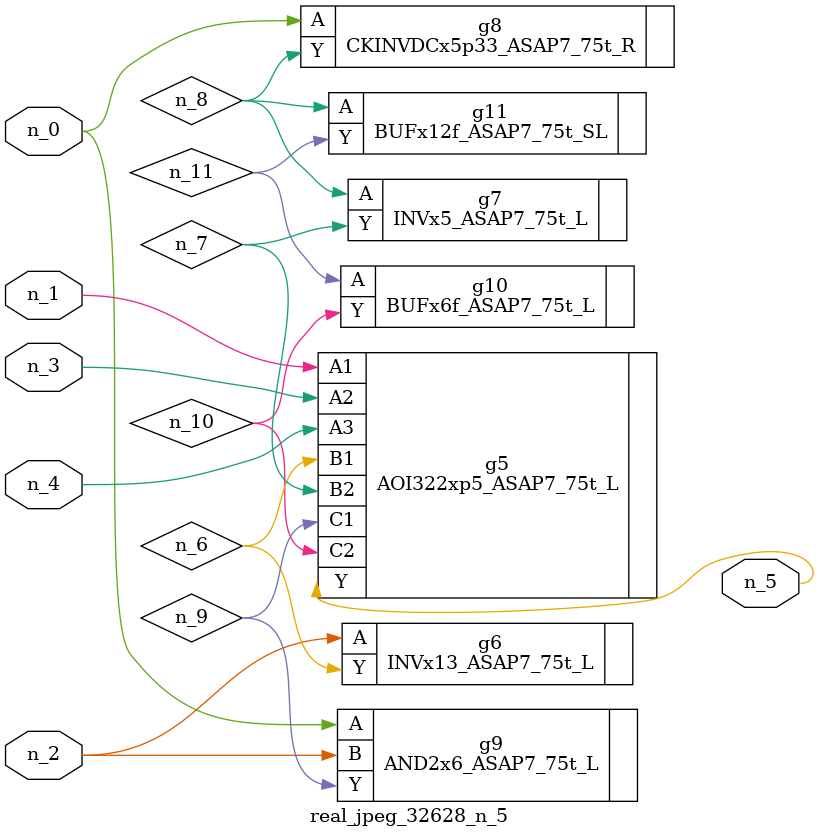
<source format=v>
module real_jpeg_32628_n_5 (n_4, n_0, n_1, n_2, n_3, n_5);

input n_4;
input n_0;
input n_1;
input n_2;
input n_3;

output n_5;

wire n_8;
wire n_11;
wire n_6;
wire n_7;
wire n_10;
wire n_9;

CKINVDCx5p33_ASAP7_75t_R g8 ( 
.A(n_0),
.Y(n_8)
);

AND2x6_ASAP7_75t_L g9 ( 
.A(n_0),
.B(n_2),
.Y(n_9)
);

AOI322xp5_ASAP7_75t_L g5 ( 
.A1(n_1),
.A2(n_3),
.A3(n_4),
.B1(n_6),
.B2(n_7),
.C1(n_9),
.C2(n_10),
.Y(n_5)
);

INVx13_ASAP7_75t_L g6 ( 
.A(n_2),
.Y(n_6)
);

INVx5_ASAP7_75t_L g7 ( 
.A(n_8),
.Y(n_7)
);

BUFx12f_ASAP7_75t_SL g11 ( 
.A(n_8),
.Y(n_11)
);

BUFx6f_ASAP7_75t_L g10 ( 
.A(n_11),
.Y(n_10)
);


endmodule
</source>
